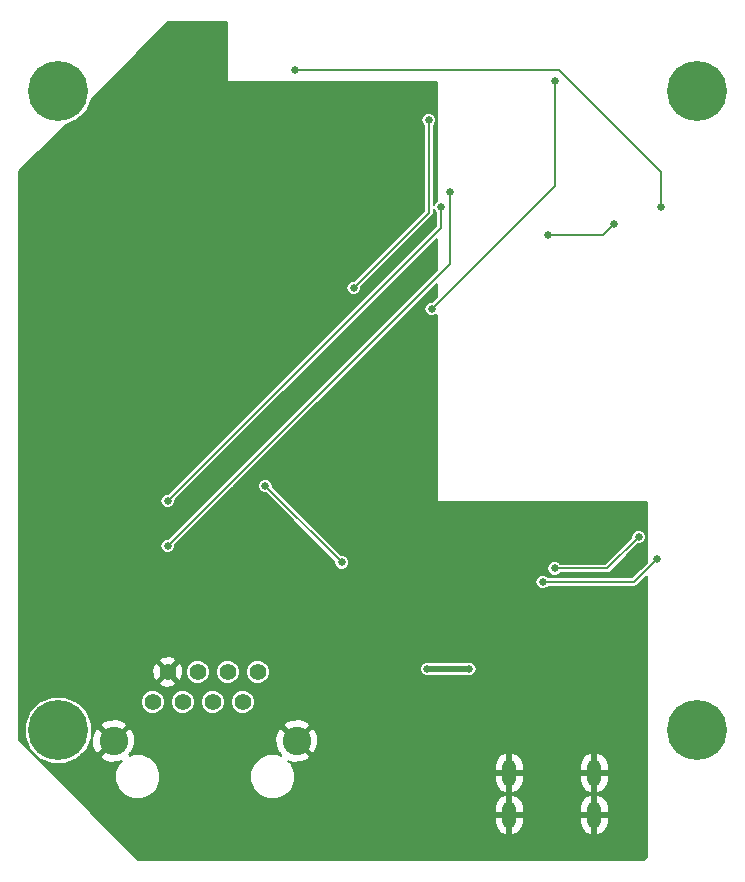
<source format=gbr>
G04 #@! TF.FileFunction,Copper,L2,Bot,Signal*
%FSLAX46Y46*%
G04 Gerber Fmt 4.6, Leading zero omitted, Abs format (unit mm)*
G04 Created by KiCad (PCBNEW 4.0.4-stable) date Friday, February 17, 2017 'PMt' 10:34:46 PM*
%MOMM*%
%LPD*%
G01*
G04 APERTURE LIST*
%ADD10C,0.100000*%
%ADD11C,1.397000*%
%ADD12C,2.413000*%
%ADD13O,1.200000X2.300000*%
%ADD14C,5.080000*%
%ADD15C,0.635000*%
%ADD16C,0.203200*%
%ADD17C,0.508000*%
G04 APERTURE END LIST*
D10*
D11*
X107950000Y-100838000D03*
X109220000Y-98298000D03*
X110490000Y-100838000D03*
X111760000Y-98298000D03*
X113030000Y-100838000D03*
X114300000Y-98298000D03*
X115570000Y-100838000D03*
X116840000Y-98298000D03*
D12*
X120145000Y-104138000D03*
X104645000Y-104138000D03*
D13*
X138132000Y-106838000D03*
X145332000Y-106838000D03*
X138132000Y-110388000D03*
X145332000Y-110388000D03*
D14*
X154051000Y-103251000D03*
X154051000Y-49149000D03*
X99949000Y-49149000D03*
X99949000Y-103251000D03*
D15*
X131318000Y-100203000D03*
X143129000Y-105410000D03*
X148590000Y-95377000D03*
X148590000Y-93472000D03*
X145415000Y-91567000D03*
X141224000Y-92837000D03*
X136652000Y-88900000D03*
X132080000Y-89916000D03*
X124968000Y-99060000D03*
X124968000Y-97282000D03*
X107823000Y-91186000D03*
X102108000Y-86614000D03*
X99822000Y-75438000D03*
X107061000Y-48514000D03*
X110744000Y-44259500D03*
X121285000Y-62788000D03*
X126700000Y-52488000D03*
X134747000Y-98044000D03*
X131191000Y-98044000D03*
X123952000Y-89027000D03*
X117475000Y-82550000D03*
X149098000Y-86868000D03*
X141986000Y-89535000D03*
X147040600Y-60375800D03*
X141452600Y-61315600D03*
X150622000Y-88773000D03*
X140970000Y-90678000D03*
X151003000Y-58928000D03*
X120015000Y-47371000D03*
X131318000Y-51562000D03*
X124968000Y-65786000D03*
X131572000Y-67564000D03*
X141986000Y-48260000D03*
X133096000Y-57658000D03*
X109220000Y-87630000D03*
X132334000Y-58928000D03*
X109220000Y-83820000D03*
D16*
X121285000Y-62788000D02*
X121285000Y-62738000D01*
X126746000Y-52451000D02*
X126737000Y-52451000D01*
X126737000Y-52451000D02*
X126700000Y-52488000D01*
D17*
X134747000Y-98044000D02*
X131191000Y-98044000D01*
D16*
X117475000Y-82550000D02*
X123952000Y-89027000D01*
X146431000Y-89535000D02*
X149098000Y-86868000D01*
X141986000Y-89535000D02*
X146431000Y-89535000D01*
X146100800Y-61315600D02*
X147040600Y-60375800D01*
X141452600Y-61315600D02*
X146100800Y-61315600D01*
X148717000Y-90678000D02*
X150622000Y-88773000D01*
X140970000Y-90678000D02*
X148717000Y-90678000D01*
X151003000Y-56007000D02*
X151003000Y-58928000D01*
X142367000Y-47371000D02*
X151003000Y-56007000D01*
X120015000Y-47371000D02*
X142367000Y-47371000D01*
X131318000Y-59436000D02*
X131318000Y-51562000D01*
X124968000Y-65786000D02*
X131318000Y-59436000D01*
X141986000Y-57150000D02*
X131572000Y-67564000D01*
X141986000Y-48260000D02*
X141986000Y-57150000D01*
X133096000Y-63754000D02*
X133096000Y-57658000D01*
X109220000Y-87630000D02*
X133096000Y-63754000D01*
X132334000Y-60706000D02*
X132334000Y-58928000D01*
X109220000Y-83820000D02*
X132334000Y-60706000D01*
G36*
X114198400Y-48260000D02*
X114206405Y-48299528D01*
X114229157Y-48332828D01*
X114263073Y-48354652D01*
X114300000Y-48361600D01*
X131978400Y-48361600D01*
X131978400Y-58403682D01*
X131806747Y-58575035D01*
X131724400Y-58773349D01*
X131724400Y-52035607D01*
X131845253Y-51914965D01*
X131940192Y-51686326D01*
X131940408Y-51438760D01*
X131845868Y-51209956D01*
X131670965Y-51034747D01*
X131442326Y-50939808D01*
X131194760Y-50939592D01*
X130965956Y-51034132D01*
X130790747Y-51209035D01*
X130695808Y-51437674D01*
X130695592Y-51685240D01*
X130790132Y-51914044D01*
X130911600Y-52035725D01*
X130911600Y-59267664D01*
X125015523Y-65163741D01*
X124844760Y-65163592D01*
X124615956Y-65258132D01*
X124440747Y-65433035D01*
X124345808Y-65661674D01*
X124345592Y-65909240D01*
X124440132Y-66138044D01*
X124615035Y-66313253D01*
X124843674Y-66408192D01*
X125091240Y-66408408D01*
X125320044Y-66313868D01*
X125495253Y-66138965D01*
X125590192Y-65910326D01*
X125590342Y-65738394D01*
X131605368Y-59723368D01*
X131693465Y-59591523D01*
X131724400Y-59436000D01*
X131724400Y-59082238D01*
X131806132Y-59280044D01*
X131927600Y-59401725D01*
X131927600Y-60537664D01*
X109267523Y-83197741D01*
X109096760Y-83197592D01*
X108867956Y-83292132D01*
X108692747Y-83467035D01*
X108597808Y-83695674D01*
X108597592Y-83943240D01*
X108692132Y-84172044D01*
X108867035Y-84347253D01*
X109095674Y-84442192D01*
X109343240Y-84442408D01*
X109572044Y-84347868D01*
X109747253Y-84172965D01*
X109842192Y-83944326D01*
X109842342Y-83772394D01*
X131978400Y-61636336D01*
X131978400Y-64296864D01*
X109267523Y-87007741D01*
X109096760Y-87007592D01*
X108867956Y-87102132D01*
X108692747Y-87277035D01*
X108597808Y-87505674D01*
X108597592Y-87753240D01*
X108692132Y-87982044D01*
X108867035Y-88157253D01*
X109095674Y-88252192D01*
X109343240Y-88252408D01*
X109572044Y-88157868D01*
X109747253Y-87982965D01*
X109842192Y-87754326D01*
X109842342Y-87582394D01*
X114751496Y-82673240D01*
X116852592Y-82673240D01*
X116947132Y-82902044D01*
X117122035Y-83077253D01*
X117350674Y-83172192D01*
X117522606Y-83172342D01*
X123329741Y-88979477D01*
X123329592Y-89150240D01*
X123424132Y-89379044D01*
X123599035Y-89554253D01*
X123827674Y-89649192D01*
X124075240Y-89649408D01*
X124304044Y-89554868D01*
X124479253Y-89379965D01*
X124574192Y-89151326D01*
X124574408Y-88903760D01*
X124479868Y-88674956D01*
X124304965Y-88499747D01*
X124076326Y-88404808D01*
X123904394Y-88404658D01*
X118097259Y-82597523D01*
X118097408Y-82426760D01*
X118002868Y-82197956D01*
X117827965Y-82022747D01*
X117599326Y-81927808D01*
X117351760Y-81927592D01*
X117122956Y-82022132D01*
X116947747Y-82197035D01*
X116852808Y-82425674D01*
X116852592Y-82673240D01*
X114751496Y-82673240D01*
X131978400Y-65446336D01*
X131978400Y-66582864D01*
X131619523Y-66941741D01*
X131448760Y-66941592D01*
X131219956Y-67036132D01*
X131044747Y-67211035D01*
X130949808Y-67439674D01*
X130949592Y-67687240D01*
X131044132Y-67916044D01*
X131219035Y-68091253D01*
X131447674Y-68186192D01*
X131695240Y-68186408D01*
X131924044Y-68091868D01*
X131978400Y-68037607D01*
X131978400Y-83820000D01*
X131986405Y-83859528D01*
X132009157Y-83892828D01*
X132043073Y-83914652D01*
X132080000Y-83921600D01*
X149758400Y-83921600D01*
X149758400Y-89061864D01*
X148548664Y-90271600D01*
X141443607Y-90271600D01*
X141322965Y-90150747D01*
X141094326Y-90055808D01*
X140846760Y-90055592D01*
X140617956Y-90150132D01*
X140442747Y-90325035D01*
X140347808Y-90553674D01*
X140347592Y-90801240D01*
X140442132Y-91030044D01*
X140617035Y-91205253D01*
X140845674Y-91300192D01*
X141093240Y-91300408D01*
X141322044Y-91205868D01*
X141443725Y-91084400D01*
X148717000Y-91084400D01*
X148872523Y-91053465D01*
X149004368Y-90965368D01*
X149758400Y-90211336D01*
X149758400Y-113981526D01*
X149541526Y-114198400D01*
X106722084Y-114198400D01*
X103064084Y-110540400D01*
X136922400Y-110540400D01*
X136922400Y-111090400D01*
X137072796Y-111541693D01*
X137384446Y-111901079D01*
X137793761Y-112099347D01*
X137979600Y-111984158D01*
X137979600Y-110540400D01*
X138284400Y-110540400D01*
X138284400Y-111984158D01*
X138470239Y-112099347D01*
X138879554Y-111901079D01*
X139191204Y-111541693D01*
X139341600Y-111090400D01*
X139341600Y-110540400D01*
X144122400Y-110540400D01*
X144122400Y-111090400D01*
X144272796Y-111541693D01*
X144584446Y-111901079D01*
X144993761Y-112099347D01*
X145179600Y-111984158D01*
X145179600Y-110540400D01*
X145484400Y-110540400D01*
X145484400Y-111984158D01*
X145670239Y-112099347D01*
X146079554Y-111901079D01*
X146391204Y-111541693D01*
X146541600Y-111090400D01*
X146541600Y-110540400D01*
X145484400Y-110540400D01*
X145179600Y-110540400D01*
X144122400Y-110540400D01*
X139341600Y-110540400D01*
X138284400Y-110540400D01*
X137979600Y-110540400D01*
X136922400Y-110540400D01*
X103064084Y-110540400D01*
X102209284Y-109685600D01*
X136922400Y-109685600D01*
X136922400Y-110235600D01*
X137979600Y-110235600D01*
X137979600Y-108791842D01*
X138284400Y-108791842D01*
X138284400Y-110235600D01*
X139341600Y-110235600D01*
X139341600Y-109685600D01*
X144122400Y-109685600D01*
X144122400Y-110235600D01*
X145179600Y-110235600D01*
X145179600Y-108791842D01*
X145484400Y-108791842D01*
X145484400Y-110235600D01*
X146541600Y-110235600D01*
X146541600Y-109685600D01*
X146391204Y-109234307D01*
X146079554Y-108874921D01*
X145670239Y-108676653D01*
X145484400Y-108791842D01*
X145179600Y-108791842D01*
X144993761Y-108676653D01*
X144584446Y-108874921D01*
X144272796Y-109234307D01*
X144122400Y-109685600D01*
X139341600Y-109685600D01*
X139191204Y-109234307D01*
X138879554Y-108874921D01*
X138470239Y-108676653D01*
X138284400Y-108791842D01*
X137979600Y-108791842D01*
X137793761Y-108676653D01*
X137384446Y-108874921D01*
X137072796Y-109234307D01*
X136922400Y-109685600D01*
X102209284Y-109685600D01*
X96621600Y-104097916D01*
X96621600Y-103814383D01*
X97103707Y-103814383D01*
X97535890Y-104860345D01*
X98335446Y-105661298D01*
X99380652Y-106095305D01*
X100512383Y-106096293D01*
X101558345Y-105664110D01*
X101780349Y-105442493D01*
X103556033Y-105442493D01*
X103683597Y-105720537D01*
X104362390Y-105967986D01*
X105084207Y-105936837D01*
X105345707Y-105828521D01*
X105066131Y-106107609D01*
X104775532Y-106807450D01*
X104774870Y-107565226D01*
X105064248Y-108265573D01*
X105599609Y-108801869D01*
X106299450Y-109092468D01*
X107057226Y-109093130D01*
X107757573Y-108803752D01*
X108293869Y-108268391D01*
X108584468Y-107568550D01*
X108584470Y-107565226D01*
X116204870Y-107565226D01*
X116494248Y-108265573D01*
X117029609Y-108801869D01*
X117729450Y-109092468D01*
X118487226Y-109093130D01*
X119187573Y-108803752D01*
X119723869Y-108268391D01*
X120014468Y-107568550D01*
X120014973Y-106990400D01*
X136922400Y-106990400D01*
X136922400Y-107540400D01*
X137072796Y-107991693D01*
X137384446Y-108351079D01*
X137793761Y-108549347D01*
X137979600Y-108434158D01*
X137979600Y-106990400D01*
X138284400Y-106990400D01*
X138284400Y-108434158D01*
X138470239Y-108549347D01*
X138879554Y-108351079D01*
X139191204Y-107991693D01*
X139341600Y-107540400D01*
X139341600Y-106990400D01*
X144122400Y-106990400D01*
X144122400Y-107540400D01*
X144272796Y-107991693D01*
X144584446Y-108351079D01*
X144993761Y-108549347D01*
X145179600Y-108434158D01*
X145179600Y-106990400D01*
X145484400Y-106990400D01*
X145484400Y-108434158D01*
X145670239Y-108549347D01*
X146079554Y-108351079D01*
X146391204Y-107991693D01*
X146541600Y-107540400D01*
X146541600Y-106990400D01*
X145484400Y-106990400D01*
X145179600Y-106990400D01*
X144122400Y-106990400D01*
X139341600Y-106990400D01*
X138284400Y-106990400D01*
X137979600Y-106990400D01*
X136922400Y-106990400D01*
X120014973Y-106990400D01*
X120015130Y-106810774D01*
X119736154Y-106135600D01*
X136922400Y-106135600D01*
X136922400Y-106685600D01*
X137979600Y-106685600D01*
X137979600Y-105241842D01*
X138284400Y-105241842D01*
X138284400Y-106685600D01*
X139341600Y-106685600D01*
X139341600Y-106135600D01*
X144122400Y-106135600D01*
X144122400Y-106685600D01*
X145179600Y-106685600D01*
X145179600Y-105241842D01*
X145484400Y-105241842D01*
X145484400Y-106685600D01*
X146541600Y-106685600D01*
X146541600Y-106135600D01*
X146391204Y-105684307D01*
X146079554Y-105324921D01*
X145670239Y-105126653D01*
X145484400Y-105241842D01*
X145179600Y-105241842D01*
X144993761Y-105126653D01*
X144584446Y-105324921D01*
X144272796Y-105684307D01*
X144122400Y-106135600D01*
X139341600Y-106135600D01*
X139191204Y-105684307D01*
X138879554Y-105324921D01*
X138470239Y-105126653D01*
X138284400Y-105241842D01*
X137979600Y-105241842D01*
X137793761Y-105126653D01*
X137384446Y-105324921D01*
X137072796Y-105684307D01*
X136922400Y-106135600D01*
X119736154Y-106135600D01*
X119725752Y-106110427D01*
X119424041Y-105808189D01*
X119862390Y-105967986D01*
X120584207Y-105936837D01*
X121106403Y-105720537D01*
X121233967Y-105442493D01*
X120145000Y-104353526D01*
X120130858Y-104367669D01*
X119915332Y-104152143D01*
X119929474Y-104138000D01*
X120360526Y-104138000D01*
X121449493Y-105226967D01*
X121727537Y-105099403D01*
X121974986Y-104420610D01*
X121943837Y-103698793D01*
X121727537Y-103176597D01*
X121449493Y-103049033D01*
X120360526Y-104138000D01*
X119929474Y-104138000D01*
X118840507Y-103049033D01*
X118562463Y-103176597D01*
X118315014Y-103855390D01*
X118346163Y-104577207D01*
X118562463Y-105099403D01*
X118840505Y-105226966D01*
X118729308Y-105338163D01*
X118805424Y-105414279D01*
X118490550Y-105283532D01*
X117732774Y-105282870D01*
X117032427Y-105572248D01*
X116496131Y-106107609D01*
X116205532Y-106807450D01*
X116204870Y-107565226D01*
X108584470Y-107565226D01*
X108585130Y-106810774D01*
X108295752Y-106110427D01*
X107760391Y-105574131D01*
X107060550Y-105283532D01*
X106302774Y-105282870D01*
X105984461Y-105414394D01*
X106060692Y-105338163D01*
X105949495Y-105226966D01*
X106227537Y-105099403D01*
X106474986Y-104420610D01*
X106443837Y-103698793D01*
X106227537Y-103176597D01*
X105949493Y-103049033D01*
X104860526Y-104138000D01*
X104874669Y-104152143D01*
X104659143Y-104367669D01*
X104645000Y-104353526D01*
X103556033Y-105442493D01*
X101780349Y-105442493D01*
X102359298Y-104864554D01*
X102778339Y-103855390D01*
X102815014Y-103855390D01*
X102846163Y-104577207D01*
X103062463Y-105099403D01*
X103340507Y-105226967D01*
X104429474Y-104138000D01*
X103340507Y-103049033D01*
X103062463Y-103176597D01*
X102815014Y-103855390D01*
X102778339Y-103855390D01*
X102793305Y-103819348D01*
X102794165Y-102833507D01*
X103556033Y-102833507D01*
X104645000Y-103922474D01*
X105733967Y-102833507D01*
X119056033Y-102833507D01*
X120145000Y-103922474D01*
X121233967Y-102833507D01*
X121106403Y-102555463D01*
X120427610Y-102308014D01*
X119705793Y-102339163D01*
X119183597Y-102555463D01*
X119056033Y-102833507D01*
X105733967Y-102833507D01*
X105606403Y-102555463D01*
X104927610Y-102308014D01*
X104205793Y-102339163D01*
X103683597Y-102555463D01*
X103556033Y-102833507D01*
X102794165Y-102833507D01*
X102794293Y-102687617D01*
X102362110Y-101641655D01*
X101758204Y-101036693D01*
X106946526Y-101036693D01*
X107098948Y-101405581D01*
X107380934Y-101688061D01*
X107749556Y-101841126D01*
X108148693Y-101841474D01*
X108517581Y-101689052D01*
X108800061Y-101407066D01*
X108953126Y-101038444D01*
X108953127Y-101036693D01*
X109486526Y-101036693D01*
X109638948Y-101405581D01*
X109920934Y-101688061D01*
X110289556Y-101841126D01*
X110688693Y-101841474D01*
X111057581Y-101689052D01*
X111340061Y-101407066D01*
X111493126Y-101038444D01*
X111493127Y-101036693D01*
X112026526Y-101036693D01*
X112178948Y-101405581D01*
X112460934Y-101688061D01*
X112829556Y-101841126D01*
X113228693Y-101841474D01*
X113597581Y-101689052D01*
X113880061Y-101407066D01*
X114033126Y-101038444D01*
X114033127Y-101036693D01*
X114566526Y-101036693D01*
X114718948Y-101405581D01*
X115000934Y-101688061D01*
X115369556Y-101841126D01*
X115768693Y-101841474D01*
X116137581Y-101689052D01*
X116420061Y-101407066D01*
X116573126Y-101038444D01*
X116573474Y-100639307D01*
X116421052Y-100270419D01*
X116139066Y-99987939D01*
X115770444Y-99834874D01*
X115371307Y-99834526D01*
X115002419Y-99986948D01*
X114719939Y-100268934D01*
X114566874Y-100637556D01*
X114566526Y-101036693D01*
X114033127Y-101036693D01*
X114033474Y-100639307D01*
X113881052Y-100270419D01*
X113599066Y-99987939D01*
X113230444Y-99834874D01*
X112831307Y-99834526D01*
X112462419Y-99986948D01*
X112179939Y-100268934D01*
X112026874Y-100637556D01*
X112026526Y-101036693D01*
X111493127Y-101036693D01*
X111493474Y-100639307D01*
X111341052Y-100270419D01*
X111059066Y-99987939D01*
X110690444Y-99834874D01*
X110291307Y-99834526D01*
X109922419Y-99986948D01*
X109639939Y-100268934D01*
X109486874Y-100637556D01*
X109486526Y-101036693D01*
X108953127Y-101036693D01*
X108953474Y-100639307D01*
X108801052Y-100270419D01*
X108519066Y-99987939D01*
X108150444Y-99834874D01*
X107751307Y-99834526D01*
X107382419Y-99986948D01*
X107099939Y-100268934D01*
X106946874Y-100637556D01*
X106946526Y-101036693D01*
X101758204Y-101036693D01*
X101562554Y-100840702D01*
X100517348Y-100406695D01*
X99385617Y-100405707D01*
X98339655Y-100837890D01*
X97538702Y-101637446D01*
X97104695Y-102682652D01*
X97103707Y-103814383D01*
X96621600Y-103814383D01*
X96621600Y-99234107D01*
X108499419Y-99234107D01*
X108564484Y-99459519D01*
X109058876Y-99621958D01*
X109577798Y-99582838D01*
X109875516Y-99459519D01*
X109940581Y-99234107D01*
X109220000Y-98513526D01*
X108499419Y-99234107D01*
X96621600Y-99234107D01*
X96621600Y-98136876D01*
X107896042Y-98136876D01*
X107935162Y-98655798D01*
X108058481Y-98953516D01*
X108283893Y-99018581D01*
X109004474Y-98298000D01*
X109435526Y-98298000D01*
X110156107Y-99018581D01*
X110381519Y-98953516D01*
X110531614Y-98496693D01*
X110756526Y-98496693D01*
X110908948Y-98865581D01*
X111190934Y-99148061D01*
X111559556Y-99301126D01*
X111958693Y-99301474D01*
X112327581Y-99149052D01*
X112610061Y-98867066D01*
X112763126Y-98498444D01*
X112763127Y-98496693D01*
X113296526Y-98496693D01*
X113448948Y-98865581D01*
X113730934Y-99148061D01*
X114099556Y-99301126D01*
X114498693Y-99301474D01*
X114867581Y-99149052D01*
X115150061Y-98867066D01*
X115303126Y-98498444D01*
X115303127Y-98496693D01*
X115836526Y-98496693D01*
X115988948Y-98865581D01*
X116270934Y-99148061D01*
X116639556Y-99301126D01*
X117038693Y-99301474D01*
X117407581Y-99149052D01*
X117690061Y-98867066D01*
X117843126Y-98498444D01*
X117843414Y-98167240D01*
X130568592Y-98167240D01*
X130663132Y-98396044D01*
X130838035Y-98571253D01*
X131066674Y-98666192D01*
X131314240Y-98666408D01*
X131468183Y-98602800D01*
X134470009Y-98602800D01*
X134622674Y-98666192D01*
X134870240Y-98666408D01*
X135099044Y-98571868D01*
X135274253Y-98396965D01*
X135369192Y-98168326D01*
X135369408Y-97920760D01*
X135274868Y-97691956D01*
X135099965Y-97516747D01*
X134871326Y-97421808D01*
X134623760Y-97421592D01*
X134469817Y-97485200D01*
X131467991Y-97485200D01*
X131315326Y-97421808D01*
X131067760Y-97421592D01*
X130838956Y-97516132D01*
X130663747Y-97691035D01*
X130568808Y-97919674D01*
X130568592Y-98167240D01*
X117843414Y-98167240D01*
X117843474Y-98099307D01*
X117691052Y-97730419D01*
X117409066Y-97447939D01*
X117040444Y-97294874D01*
X116641307Y-97294526D01*
X116272419Y-97446948D01*
X115989939Y-97728934D01*
X115836874Y-98097556D01*
X115836526Y-98496693D01*
X115303127Y-98496693D01*
X115303474Y-98099307D01*
X115151052Y-97730419D01*
X114869066Y-97447939D01*
X114500444Y-97294874D01*
X114101307Y-97294526D01*
X113732419Y-97446948D01*
X113449939Y-97728934D01*
X113296874Y-98097556D01*
X113296526Y-98496693D01*
X112763127Y-98496693D01*
X112763474Y-98099307D01*
X112611052Y-97730419D01*
X112329066Y-97447939D01*
X111960444Y-97294874D01*
X111561307Y-97294526D01*
X111192419Y-97446948D01*
X110909939Y-97728934D01*
X110756874Y-98097556D01*
X110756526Y-98496693D01*
X110531614Y-98496693D01*
X110543958Y-98459124D01*
X110504838Y-97940202D01*
X110381519Y-97642484D01*
X110156107Y-97577419D01*
X109435526Y-98298000D01*
X109004474Y-98298000D01*
X108283893Y-97577419D01*
X108058481Y-97642484D01*
X107896042Y-98136876D01*
X96621600Y-98136876D01*
X96621600Y-97361893D01*
X108499419Y-97361893D01*
X109220000Y-98082474D01*
X109940581Y-97361893D01*
X109875516Y-97136481D01*
X109381124Y-96974042D01*
X108862202Y-97013162D01*
X108564484Y-97136481D01*
X108499419Y-97361893D01*
X96621600Y-97361893D01*
X96621600Y-89658240D01*
X141363592Y-89658240D01*
X141458132Y-89887044D01*
X141633035Y-90062253D01*
X141861674Y-90157192D01*
X142109240Y-90157408D01*
X142338044Y-90062868D01*
X142459725Y-89941400D01*
X146431000Y-89941400D01*
X146586523Y-89910465D01*
X146718368Y-89822368D01*
X149050477Y-87490259D01*
X149221240Y-87490408D01*
X149450044Y-87395868D01*
X149625253Y-87220965D01*
X149720192Y-86992326D01*
X149720408Y-86744760D01*
X149625868Y-86515956D01*
X149450965Y-86340747D01*
X149222326Y-86245808D01*
X148974760Y-86245592D01*
X148745956Y-86340132D01*
X148570747Y-86515035D01*
X148475808Y-86743674D01*
X148475658Y-86915606D01*
X146262664Y-89128600D01*
X142459607Y-89128600D01*
X142338965Y-89007747D01*
X142110326Y-88912808D01*
X141862760Y-88912592D01*
X141633956Y-89007132D01*
X141458747Y-89182035D01*
X141363808Y-89410674D01*
X141363592Y-89658240D01*
X96621600Y-89658240D01*
X96621600Y-55922084D01*
X100575450Y-51968234D01*
X101558345Y-51562110D01*
X102359298Y-50762554D01*
X102769850Y-49773834D01*
X109262084Y-43281600D01*
X114198400Y-43281600D01*
X114198400Y-48260000D01*
X114198400Y-48260000D01*
G37*
X114198400Y-48260000D02*
X114206405Y-48299528D01*
X114229157Y-48332828D01*
X114263073Y-48354652D01*
X114300000Y-48361600D01*
X131978400Y-48361600D01*
X131978400Y-58403682D01*
X131806747Y-58575035D01*
X131724400Y-58773349D01*
X131724400Y-52035607D01*
X131845253Y-51914965D01*
X131940192Y-51686326D01*
X131940408Y-51438760D01*
X131845868Y-51209956D01*
X131670965Y-51034747D01*
X131442326Y-50939808D01*
X131194760Y-50939592D01*
X130965956Y-51034132D01*
X130790747Y-51209035D01*
X130695808Y-51437674D01*
X130695592Y-51685240D01*
X130790132Y-51914044D01*
X130911600Y-52035725D01*
X130911600Y-59267664D01*
X125015523Y-65163741D01*
X124844760Y-65163592D01*
X124615956Y-65258132D01*
X124440747Y-65433035D01*
X124345808Y-65661674D01*
X124345592Y-65909240D01*
X124440132Y-66138044D01*
X124615035Y-66313253D01*
X124843674Y-66408192D01*
X125091240Y-66408408D01*
X125320044Y-66313868D01*
X125495253Y-66138965D01*
X125590192Y-65910326D01*
X125590342Y-65738394D01*
X131605368Y-59723368D01*
X131693465Y-59591523D01*
X131724400Y-59436000D01*
X131724400Y-59082238D01*
X131806132Y-59280044D01*
X131927600Y-59401725D01*
X131927600Y-60537664D01*
X109267523Y-83197741D01*
X109096760Y-83197592D01*
X108867956Y-83292132D01*
X108692747Y-83467035D01*
X108597808Y-83695674D01*
X108597592Y-83943240D01*
X108692132Y-84172044D01*
X108867035Y-84347253D01*
X109095674Y-84442192D01*
X109343240Y-84442408D01*
X109572044Y-84347868D01*
X109747253Y-84172965D01*
X109842192Y-83944326D01*
X109842342Y-83772394D01*
X131978400Y-61636336D01*
X131978400Y-64296864D01*
X109267523Y-87007741D01*
X109096760Y-87007592D01*
X108867956Y-87102132D01*
X108692747Y-87277035D01*
X108597808Y-87505674D01*
X108597592Y-87753240D01*
X108692132Y-87982044D01*
X108867035Y-88157253D01*
X109095674Y-88252192D01*
X109343240Y-88252408D01*
X109572044Y-88157868D01*
X109747253Y-87982965D01*
X109842192Y-87754326D01*
X109842342Y-87582394D01*
X114751496Y-82673240D01*
X116852592Y-82673240D01*
X116947132Y-82902044D01*
X117122035Y-83077253D01*
X117350674Y-83172192D01*
X117522606Y-83172342D01*
X123329741Y-88979477D01*
X123329592Y-89150240D01*
X123424132Y-89379044D01*
X123599035Y-89554253D01*
X123827674Y-89649192D01*
X124075240Y-89649408D01*
X124304044Y-89554868D01*
X124479253Y-89379965D01*
X124574192Y-89151326D01*
X124574408Y-88903760D01*
X124479868Y-88674956D01*
X124304965Y-88499747D01*
X124076326Y-88404808D01*
X123904394Y-88404658D01*
X118097259Y-82597523D01*
X118097408Y-82426760D01*
X118002868Y-82197956D01*
X117827965Y-82022747D01*
X117599326Y-81927808D01*
X117351760Y-81927592D01*
X117122956Y-82022132D01*
X116947747Y-82197035D01*
X116852808Y-82425674D01*
X116852592Y-82673240D01*
X114751496Y-82673240D01*
X131978400Y-65446336D01*
X131978400Y-66582864D01*
X131619523Y-66941741D01*
X131448760Y-66941592D01*
X131219956Y-67036132D01*
X131044747Y-67211035D01*
X130949808Y-67439674D01*
X130949592Y-67687240D01*
X131044132Y-67916044D01*
X131219035Y-68091253D01*
X131447674Y-68186192D01*
X131695240Y-68186408D01*
X131924044Y-68091868D01*
X131978400Y-68037607D01*
X131978400Y-83820000D01*
X131986405Y-83859528D01*
X132009157Y-83892828D01*
X132043073Y-83914652D01*
X132080000Y-83921600D01*
X149758400Y-83921600D01*
X149758400Y-89061864D01*
X148548664Y-90271600D01*
X141443607Y-90271600D01*
X141322965Y-90150747D01*
X141094326Y-90055808D01*
X140846760Y-90055592D01*
X140617956Y-90150132D01*
X140442747Y-90325035D01*
X140347808Y-90553674D01*
X140347592Y-90801240D01*
X140442132Y-91030044D01*
X140617035Y-91205253D01*
X140845674Y-91300192D01*
X141093240Y-91300408D01*
X141322044Y-91205868D01*
X141443725Y-91084400D01*
X148717000Y-91084400D01*
X148872523Y-91053465D01*
X149004368Y-90965368D01*
X149758400Y-90211336D01*
X149758400Y-113981526D01*
X149541526Y-114198400D01*
X106722084Y-114198400D01*
X103064084Y-110540400D01*
X136922400Y-110540400D01*
X136922400Y-111090400D01*
X137072796Y-111541693D01*
X137384446Y-111901079D01*
X137793761Y-112099347D01*
X137979600Y-111984158D01*
X137979600Y-110540400D01*
X138284400Y-110540400D01*
X138284400Y-111984158D01*
X138470239Y-112099347D01*
X138879554Y-111901079D01*
X139191204Y-111541693D01*
X139341600Y-111090400D01*
X139341600Y-110540400D01*
X144122400Y-110540400D01*
X144122400Y-111090400D01*
X144272796Y-111541693D01*
X144584446Y-111901079D01*
X144993761Y-112099347D01*
X145179600Y-111984158D01*
X145179600Y-110540400D01*
X145484400Y-110540400D01*
X145484400Y-111984158D01*
X145670239Y-112099347D01*
X146079554Y-111901079D01*
X146391204Y-111541693D01*
X146541600Y-111090400D01*
X146541600Y-110540400D01*
X145484400Y-110540400D01*
X145179600Y-110540400D01*
X144122400Y-110540400D01*
X139341600Y-110540400D01*
X138284400Y-110540400D01*
X137979600Y-110540400D01*
X136922400Y-110540400D01*
X103064084Y-110540400D01*
X102209284Y-109685600D01*
X136922400Y-109685600D01*
X136922400Y-110235600D01*
X137979600Y-110235600D01*
X137979600Y-108791842D01*
X138284400Y-108791842D01*
X138284400Y-110235600D01*
X139341600Y-110235600D01*
X139341600Y-109685600D01*
X144122400Y-109685600D01*
X144122400Y-110235600D01*
X145179600Y-110235600D01*
X145179600Y-108791842D01*
X145484400Y-108791842D01*
X145484400Y-110235600D01*
X146541600Y-110235600D01*
X146541600Y-109685600D01*
X146391204Y-109234307D01*
X146079554Y-108874921D01*
X145670239Y-108676653D01*
X145484400Y-108791842D01*
X145179600Y-108791842D01*
X144993761Y-108676653D01*
X144584446Y-108874921D01*
X144272796Y-109234307D01*
X144122400Y-109685600D01*
X139341600Y-109685600D01*
X139191204Y-109234307D01*
X138879554Y-108874921D01*
X138470239Y-108676653D01*
X138284400Y-108791842D01*
X137979600Y-108791842D01*
X137793761Y-108676653D01*
X137384446Y-108874921D01*
X137072796Y-109234307D01*
X136922400Y-109685600D01*
X102209284Y-109685600D01*
X96621600Y-104097916D01*
X96621600Y-103814383D01*
X97103707Y-103814383D01*
X97535890Y-104860345D01*
X98335446Y-105661298D01*
X99380652Y-106095305D01*
X100512383Y-106096293D01*
X101558345Y-105664110D01*
X101780349Y-105442493D01*
X103556033Y-105442493D01*
X103683597Y-105720537D01*
X104362390Y-105967986D01*
X105084207Y-105936837D01*
X105345707Y-105828521D01*
X105066131Y-106107609D01*
X104775532Y-106807450D01*
X104774870Y-107565226D01*
X105064248Y-108265573D01*
X105599609Y-108801869D01*
X106299450Y-109092468D01*
X107057226Y-109093130D01*
X107757573Y-108803752D01*
X108293869Y-108268391D01*
X108584468Y-107568550D01*
X108584470Y-107565226D01*
X116204870Y-107565226D01*
X116494248Y-108265573D01*
X117029609Y-108801869D01*
X117729450Y-109092468D01*
X118487226Y-109093130D01*
X119187573Y-108803752D01*
X119723869Y-108268391D01*
X120014468Y-107568550D01*
X120014973Y-106990400D01*
X136922400Y-106990400D01*
X136922400Y-107540400D01*
X137072796Y-107991693D01*
X137384446Y-108351079D01*
X137793761Y-108549347D01*
X137979600Y-108434158D01*
X137979600Y-106990400D01*
X138284400Y-106990400D01*
X138284400Y-108434158D01*
X138470239Y-108549347D01*
X138879554Y-108351079D01*
X139191204Y-107991693D01*
X139341600Y-107540400D01*
X139341600Y-106990400D01*
X144122400Y-106990400D01*
X144122400Y-107540400D01*
X144272796Y-107991693D01*
X144584446Y-108351079D01*
X144993761Y-108549347D01*
X145179600Y-108434158D01*
X145179600Y-106990400D01*
X145484400Y-106990400D01*
X145484400Y-108434158D01*
X145670239Y-108549347D01*
X146079554Y-108351079D01*
X146391204Y-107991693D01*
X146541600Y-107540400D01*
X146541600Y-106990400D01*
X145484400Y-106990400D01*
X145179600Y-106990400D01*
X144122400Y-106990400D01*
X139341600Y-106990400D01*
X138284400Y-106990400D01*
X137979600Y-106990400D01*
X136922400Y-106990400D01*
X120014973Y-106990400D01*
X120015130Y-106810774D01*
X119736154Y-106135600D01*
X136922400Y-106135600D01*
X136922400Y-106685600D01*
X137979600Y-106685600D01*
X137979600Y-105241842D01*
X138284400Y-105241842D01*
X138284400Y-106685600D01*
X139341600Y-106685600D01*
X139341600Y-106135600D01*
X144122400Y-106135600D01*
X144122400Y-106685600D01*
X145179600Y-106685600D01*
X145179600Y-105241842D01*
X145484400Y-105241842D01*
X145484400Y-106685600D01*
X146541600Y-106685600D01*
X146541600Y-106135600D01*
X146391204Y-105684307D01*
X146079554Y-105324921D01*
X145670239Y-105126653D01*
X145484400Y-105241842D01*
X145179600Y-105241842D01*
X144993761Y-105126653D01*
X144584446Y-105324921D01*
X144272796Y-105684307D01*
X144122400Y-106135600D01*
X139341600Y-106135600D01*
X139191204Y-105684307D01*
X138879554Y-105324921D01*
X138470239Y-105126653D01*
X138284400Y-105241842D01*
X137979600Y-105241842D01*
X137793761Y-105126653D01*
X137384446Y-105324921D01*
X137072796Y-105684307D01*
X136922400Y-106135600D01*
X119736154Y-106135600D01*
X119725752Y-106110427D01*
X119424041Y-105808189D01*
X119862390Y-105967986D01*
X120584207Y-105936837D01*
X121106403Y-105720537D01*
X121233967Y-105442493D01*
X120145000Y-104353526D01*
X120130858Y-104367669D01*
X119915332Y-104152143D01*
X119929474Y-104138000D01*
X120360526Y-104138000D01*
X121449493Y-105226967D01*
X121727537Y-105099403D01*
X121974986Y-104420610D01*
X121943837Y-103698793D01*
X121727537Y-103176597D01*
X121449493Y-103049033D01*
X120360526Y-104138000D01*
X119929474Y-104138000D01*
X118840507Y-103049033D01*
X118562463Y-103176597D01*
X118315014Y-103855390D01*
X118346163Y-104577207D01*
X118562463Y-105099403D01*
X118840505Y-105226966D01*
X118729308Y-105338163D01*
X118805424Y-105414279D01*
X118490550Y-105283532D01*
X117732774Y-105282870D01*
X117032427Y-105572248D01*
X116496131Y-106107609D01*
X116205532Y-106807450D01*
X116204870Y-107565226D01*
X108584470Y-107565226D01*
X108585130Y-106810774D01*
X108295752Y-106110427D01*
X107760391Y-105574131D01*
X107060550Y-105283532D01*
X106302774Y-105282870D01*
X105984461Y-105414394D01*
X106060692Y-105338163D01*
X105949495Y-105226966D01*
X106227537Y-105099403D01*
X106474986Y-104420610D01*
X106443837Y-103698793D01*
X106227537Y-103176597D01*
X105949493Y-103049033D01*
X104860526Y-104138000D01*
X104874669Y-104152143D01*
X104659143Y-104367669D01*
X104645000Y-104353526D01*
X103556033Y-105442493D01*
X101780349Y-105442493D01*
X102359298Y-104864554D01*
X102778339Y-103855390D01*
X102815014Y-103855390D01*
X102846163Y-104577207D01*
X103062463Y-105099403D01*
X103340507Y-105226967D01*
X104429474Y-104138000D01*
X103340507Y-103049033D01*
X103062463Y-103176597D01*
X102815014Y-103855390D01*
X102778339Y-103855390D01*
X102793305Y-103819348D01*
X102794165Y-102833507D01*
X103556033Y-102833507D01*
X104645000Y-103922474D01*
X105733967Y-102833507D01*
X119056033Y-102833507D01*
X120145000Y-103922474D01*
X121233967Y-102833507D01*
X121106403Y-102555463D01*
X120427610Y-102308014D01*
X119705793Y-102339163D01*
X119183597Y-102555463D01*
X119056033Y-102833507D01*
X105733967Y-102833507D01*
X105606403Y-102555463D01*
X104927610Y-102308014D01*
X104205793Y-102339163D01*
X103683597Y-102555463D01*
X103556033Y-102833507D01*
X102794165Y-102833507D01*
X102794293Y-102687617D01*
X102362110Y-101641655D01*
X101758204Y-101036693D01*
X106946526Y-101036693D01*
X107098948Y-101405581D01*
X107380934Y-101688061D01*
X107749556Y-101841126D01*
X108148693Y-101841474D01*
X108517581Y-101689052D01*
X108800061Y-101407066D01*
X108953126Y-101038444D01*
X108953127Y-101036693D01*
X109486526Y-101036693D01*
X109638948Y-101405581D01*
X109920934Y-101688061D01*
X110289556Y-101841126D01*
X110688693Y-101841474D01*
X111057581Y-101689052D01*
X111340061Y-101407066D01*
X111493126Y-101038444D01*
X111493127Y-101036693D01*
X112026526Y-101036693D01*
X112178948Y-101405581D01*
X112460934Y-101688061D01*
X112829556Y-101841126D01*
X113228693Y-101841474D01*
X113597581Y-101689052D01*
X113880061Y-101407066D01*
X114033126Y-101038444D01*
X114033127Y-101036693D01*
X114566526Y-101036693D01*
X114718948Y-101405581D01*
X115000934Y-101688061D01*
X115369556Y-101841126D01*
X115768693Y-101841474D01*
X116137581Y-101689052D01*
X116420061Y-101407066D01*
X116573126Y-101038444D01*
X116573474Y-100639307D01*
X116421052Y-100270419D01*
X116139066Y-99987939D01*
X115770444Y-99834874D01*
X115371307Y-99834526D01*
X115002419Y-99986948D01*
X114719939Y-100268934D01*
X114566874Y-100637556D01*
X114566526Y-101036693D01*
X114033127Y-101036693D01*
X114033474Y-100639307D01*
X113881052Y-100270419D01*
X113599066Y-99987939D01*
X113230444Y-99834874D01*
X112831307Y-99834526D01*
X112462419Y-99986948D01*
X112179939Y-100268934D01*
X112026874Y-100637556D01*
X112026526Y-101036693D01*
X111493127Y-101036693D01*
X111493474Y-100639307D01*
X111341052Y-100270419D01*
X111059066Y-99987939D01*
X110690444Y-99834874D01*
X110291307Y-99834526D01*
X109922419Y-99986948D01*
X109639939Y-100268934D01*
X109486874Y-100637556D01*
X109486526Y-101036693D01*
X108953127Y-101036693D01*
X108953474Y-100639307D01*
X108801052Y-100270419D01*
X108519066Y-99987939D01*
X108150444Y-99834874D01*
X107751307Y-99834526D01*
X107382419Y-99986948D01*
X107099939Y-100268934D01*
X106946874Y-100637556D01*
X106946526Y-101036693D01*
X101758204Y-101036693D01*
X101562554Y-100840702D01*
X100517348Y-100406695D01*
X99385617Y-100405707D01*
X98339655Y-100837890D01*
X97538702Y-101637446D01*
X97104695Y-102682652D01*
X97103707Y-103814383D01*
X96621600Y-103814383D01*
X96621600Y-99234107D01*
X108499419Y-99234107D01*
X108564484Y-99459519D01*
X109058876Y-99621958D01*
X109577798Y-99582838D01*
X109875516Y-99459519D01*
X109940581Y-99234107D01*
X109220000Y-98513526D01*
X108499419Y-99234107D01*
X96621600Y-99234107D01*
X96621600Y-98136876D01*
X107896042Y-98136876D01*
X107935162Y-98655798D01*
X108058481Y-98953516D01*
X108283893Y-99018581D01*
X109004474Y-98298000D01*
X109435526Y-98298000D01*
X110156107Y-99018581D01*
X110381519Y-98953516D01*
X110531614Y-98496693D01*
X110756526Y-98496693D01*
X110908948Y-98865581D01*
X111190934Y-99148061D01*
X111559556Y-99301126D01*
X111958693Y-99301474D01*
X112327581Y-99149052D01*
X112610061Y-98867066D01*
X112763126Y-98498444D01*
X112763127Y-98496693D01*
X113296526Y-98496693D01*
X113448948Y-98865581D01*
X113730934Y-99148061D01*
X114099556Y-99301126D01*
X114498693Y-99301474D01*
X114867581Y-99149052D01*
X115150061Y-98867066D01*
X115303126Y-98498444D01*
X115303127Y-98496693D01*
X115836526Y-98496693D01*
X115988948Y-98865581D01*
X116270934Y-99148061D01*
X116639556Y-99301126D01*
X117038693Y-99301474D01*
X117407581Y-99149052D01*
X117690061Y-98867066D01*
X117843126Y-98498444D01*
X117843414Y-98167240D01*
X130568592Y-98167240D01*
X130663132Y-98396044D01*
X130838035Y-98571253D01*
X131066674Y-98666192D01*
X131314240Y-98666408D01*
X131468183Y-98602800D01*
X134470009Y-98602800D01*
X134622674Y-98666192D01*
X134870240Y-98666408D01*
X135099044Y-98571868D01*
X135274253Y-98396965D01*
X135369192Y-98168326D01*
X135369408Y-97920760D01*
X135274868Y-97691956D01*
X135099965Y-97516747D01*
X134871326Y-97421808D01*
X134623760Y-97421592D01*
X134469817Y-97485200D01*
X131467991Y-97485200D01*
X131315326Y-97421808D01*
X131067760Y-97421592D01*
X130838956Y-97516132D01*
X130663747Y-97691035D01*
X130568808Y-97919674D01*
X130568592Y-98167240D01*
X117843414Y-98167240D01*
X117843474Y-98099307D01*
X117691052Y-97730419D01*
X117409066Y-97447939D01*
X117040444Y-97294874D01*
X116641307Y-97294526D01*
X116272419Y-97446948D01*
X115989939Y-97728934D01*
X115836874Y-98097556D01*
X115836526Y-98496693D01*
X115303127Y-98496693D01*
X115303474Y-98099307D01*
X115151052Y-97730419D01*
X114869066Y-97447939D01*
X114500444Y-97294874D01*
X114101307Y-97294526D01*
X113732419Y-97446948D01*
X113449939Y-97728934D01*
X113296874Y-98097556D01*
X113296526Y-98496693D01*
X112763127Y-98496693D01*
X112763474Y-98099307D01*
X112611052Y-97730419D01*
X112329066Y-97447939D01*
X111960444Y-97294874D01*
X111561307Y-97294526D01*
X111192419Y-97446948D01*
X110909939Y-97728934D01*
X110756874Y-98097556D01*
X110756526Y-98496693D01*
X110531614Y-98496693D01*
X110543958Y-98459124D01*
X110504838Y-97940202D01*
X110381519Y-97642484D01*
X110156107Y-97577419D01*
X109435526Y-98298000D01*
X109004474Y-98298000D01*
X108283893Y-97577419D01*
X108058481Y-97642484D01*
X107896042Y-98136876D01*
X96621600Y-98136876D01*
X96621600Y-97361893D01*
X108499419Y-97361893D01*
X109220000Y-98082474D01*
X109940581Y-97361893D01*
X109875516Y-97136481D01*
X109381124Y-96974042D01*
X108862202Y-97013162D01*
X108564484Y-97136481D01*
X108499419Y-97361893D01*
X96621600Y-97361893D01*
X96621600Y-89658240D01*
X141363592Y-89658240D01*
X141458132Y-89887044D01*
X141633035Y-90062253D01*
X141861674Y-90157192D01*
X142109240Y-90157408D01*
X142338044Y-90062868D01*
X142459725Y-89941400D01*
X146431000Y-89941400D01*
X146586523Y-89910465D01*
X146718368Y-89822368D01*
X149050477Y-87490259D01*
X149221240Y-87490408D01*
X149450044Y-87395868D01*
X149625253Y-87220965D01*
X149720192Y-86992326D01*
X149720408Y-86744760D01*
X149625868Y-86515956D01*
X149450965Y-86340747D01*
X149222326Y-86245808D01*
X148974760Y-86245592D01*
X148745956Y-86340132D01*
X148570747Y-86515035D01*
X148475808Y-86743674D01*
X148475658Y-86915606D01*
X146262664Y-89128600D01*
X142459607Y-89128600D01*
X142338965Y-89007747D01*
X142110326Y-88912808D01*
X141862760Y-88912592D01*
X141633956Y-89007132D01*
X141458747Y-89182035D01*
X141363808Y-89410674D01*
X141363592Y-89658240D01*
X96621600Y-89658240D01*
X96621600Y-55922084D01*
X100575450Y-51968234D01*
X101558345Y-51562110D01*
X102359298Y-50762554D01*
X102769850Y-49773834D01*
X109262084Y-43281600D01*
X114198400Y-43281600D01*
X114198400Y-48260000D01*
M02*

</source>
